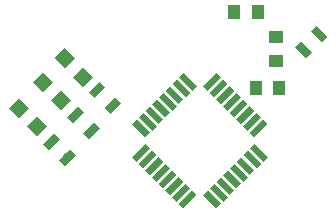
<source format=gtp>
G04 #@! TF.GenerationSoftware,KiCad,Pcbnew,5.0.2-bee76a0~70~ubuntu18.04.1*
G04 #@! TF.CreationDate,2019-11-24T20:15:07-05:00*
G04 #@! TF.ProjectId,328_Hacker,3332385f-4861-4636-9b65-722e6b696361,rev?*
G04 #@! TF.SameCoordinates,Original*
G04 #@! TF.FileFunction,Paste,Top*
G04 #@! TF.FilePolarity,Positive*
%FSLAX46Y46*%
G04 Gerber Fmt 4.6, Leading zero omitted, Abs format (unit mm)*
G04 Created by KiCad (PCBNEW 5.0.2-bee76a0~70~ubuntu18.04.1) date Sun 24 Nov 2019 08:15:07 PM EST*
%MOMM*%
%LPD*%
G01*
G04 APERTURE LIST*
%ADD10R,1.000000X1.250000*%
%ADD11R,1.250000X1.000000*%
%ADD12C,0.700000*%
%ADD13C,0.100000*%
%ADD14C,0.550000*%
%ADD15C,1.200000*%
G04 APERTURE END LIST*
D10*
G04 #@! TO.C,C1*
X76565000Y-46319440D03*
X74565000Y-46319440D03*
G04 #@! TD*
D11*
G04 #@! TO.C,C2*
X76321920Y-44075860D03*
X76321920Y-42075860D03*
G04 #@! TD*
D10*
G04 #@! TO.C,C3*
X74751440Y-39961820D03*
X72751440Y-39961820D03*
G04 #@! TD*
D12*
G04 #@! TO.C,R1*
X79973091Y-41786889D03*
D13*
G36*
X79760959Y-41079782D02*
X80680198Y-41999021D01*
X80185223Y-42493996D01*
X79265984Y-41574757D01*
X79760959Y-41079782D01*
X79760959Y-41079782D01*
G37*
D12*
X78629589Y-43130391D03*
D13*
G36*
X78417457Y-42423284D02*
X79336696Y-43342523D01*
X78841721Y-43837498D01*
X77922482Y-42918259D01*
X78417457Y-42423284D01*
X78417457Y-42423284D01*
G37*
G04 #@! TD*
D14*
G04 #@! TO.C,U1*
X74835103Y-49774695D03*
D13*
G36*
X75206334Y-49014555D02*
X75595243Y-49403464D01*
X74463872Y-50534835D01*
X74074963Y-50145926D01*
X75206334Y-49014555D01*
X75206334Y-49014555D01*
G37*
D14*
X74269417Y-49209010D03*
D13*
G36*
X74640648Y-48448870D02*
X75029557Y-48837779D01*
X73898186Y-49969150D01*
X73509277Y-49580241D01*
X74640648Y-48448870D01*
X74640648Y-48448870D01*
G37*
D14*
X73703732Y-48643324D03*
D13*
G36*
X74074963Y-47883184D02*
X74463872Y-48272093D01*
X73332501Y-49403464D01*
X72943592Y-49014555D01*
X74074963Y-47883184D01*
X74074963Y-47883184D01*
G37*
D14*
X73138047Y-48077639D03*
D13*
G36*
X73509278Y-47317499D02*
X73898187Y-47706408D01*
X72766816Y-48837779D01*
X72377907Y-48448870D01*
X73509278Y-47317499D01*
X73509278Y-47317499D01*
G37*
D14*
X72572361Y-47511953D03*
D13*
G36*
X72943592Y-46751813D02*
X73332501Y-47140722D01*
X72201130Y-48272093D01*
X71812221Y-47883184D01*
X72943592Y-46751813D01*
X72943592Y-46751813D01*
G37*
D14*
X72006676Y-46946268D03*
D13*
G36*
X72377907Y-46186128D02*
X72766816Y-46575037D01*
X71635445Y-47706408D01*
X71246536Y-47317499D01*
X72377907Y-46186128D01*
X72377907Y-46186128D01*
G37*
D14*
X71440990Y-46380583D03*
D13*
G36*
X71812221Y-45620443D02*
X72201130Y-46009352D01*
X71069759Y-47140723D01*
X70680850Y-46751814D01*
X71812221Y-45620443D01*
X71812221Y-45620443D01*
G37*
D14*
X70875305Y-45814897D03*
D13*
G36*
X71246536Y-45054757D02*
X71635445Y-45443666D01*
X70504074Y-46575037D01*
X70115165Y-46186128D01*
X71246536Y-45054757D01*
X71246536Y-45054757D01*
G37*
D14*
X68824695Y-45814897D03*
D13*
G36*
X68064555Y-45443666D02*
X68453464Y-45054757D01*
X69584835Y-46186128D01*
X69195926Y-46575037D01*
X68064555Y-45443666D01*
X68064555Y-45443666D01*
G37*
D14*
X68259010Y-46380583D03*
D13*
G36*
X67498870Y-46009352D02*
X67887779Y-45620443D01*
X69019150Y-46751814D01*
X68630241Y-47140723D01*
X67498870Y-46009352D01*
X67498870Y-46009352D01*
G37*
D14*
X67693324Y-46946268D03*
D13*
G36*
X66933184Y-46575037D02*
X67322093Y-46186128D01*
X68453464Y-47317499D01*
X68064555Y-47706408D01*
X66933184Y-46575037D01*
X66933184Y-46575037D01*
G37*
D14*
X67127639Y-47511953D03*
D13*
G36*
X66367499Y-47140722D02*
X66756408Y-46751813D01*
X67887779Y-47883184D01*
X67498870Y-48272093D01*
X66367499Y-47140722D01*
X66367499Y-47140722D01*
G37*
D14*
X66561953Y-48077639D03*
D13*
G36*
X65801813Y-47706408D02*
X66190722Y-47317499D01*
X67322093Y-48448870D01*
X66933184Y-48837779D01*
X65801813Y-47706408D01*
X65801813Y-47706408D01*
G37*
D14*
X65996268Y-48643324D03*
D13*
G36*
X65236128Y-48272093D02*
X65625037Y-47883184D01*
X66756408Y-49014555D01*
X66367499Y-49403464D01*
X65236128Y-48272093D01*
X65236128Y-48272093D01*
G37*
D14*
X65430583Y-49209010D03*
D13*
G36*
X64670443Y-48837779D02*
X65059352Y-48448870D01*
X66190723Y-49580241D01*
X65801814Y-49969150D01*
X64670443Y-48837779D01*
X64670443Y-48837779D01*
G37*
D14*
X64864897Y-49774695D03*
D13*
G36*
X64104757Y-49403464D02*
X64493666Y-49014555D01*
X65625037Y-50145926D01*
X65236128Y-50534835D01*
X64104757Y-49403464D01*
X64104757Y-49403464D01*
G37*
D14*
X64864897Y-51825305D03*
D13*
G36*
X65236128Y-51065165D02*
X65625037Y-51454074D01*
X64493666Y-52585445D01*
X64104757Y-52196536D01*
X65236128Y-51065165D01*
X65236128Y-51065165D01*
G37*
D14*
X65430583Y-52390990D03*
D13*
G36*
X65801814Y-51630850D02*
X66190723Y-52019759D01*
X65059352Y-53151130D01*
X64670443Y-52762221D01*
X65801814Y-51630850D01*
X65801814Y-51630850D01*
G37*
D14*
X65996268Y-52956676D03*
D13*
G36*
X66367499Y-52196536D02*
X66756408Y-52585445D01*
X65625037Y-53716816D01*
X65236128Y-53327907D01*
X66367499Y-52196536D01*
X66367499Y-52196536D01*
G37*
D14*
X66561953Y-53522361D03*
D13*
G36*
X66933184Y-52762221D02*
X67322093Y-53151130D01*
X66190722Y-54282501D01*
X65801813Y-53893592D01*
X66933184Y-52762221D01*
X66933184Y-52762221D01*
G37*
D14*
X67127639Y-54088047D03*
D13*
G36*
X67498870Y-53327907D02*
X67887779Y-53716816D01*
X66756408Y-54848187D01*
X66367499Y-54459278D01*
X67498870Y-53327907D01*
X67498870Y-53327907D01*
G37*
D14*
X67693324Y-54653732D03*
D13*
G36*
X68064555Y-53893592D02*
X68453464Y-54282501D01*
X67322093Y-55413872D01*
X66933184Y-55024963D01*
X68064555Y-53893592D01*
X68064555Y-53893592D01*
G37*
D14*
X68259010Y-55219417D03*
D13*
G36*
X68630241Y-54459277D02*
X69019150Y-54848186D01*
X67887779Y-55979557D01*
X67498870Y-55590648D01*
X68630241Y-54459277D01*
X68630241Y-54459277D01*
G37*
D14*
X68824695Y-55785103D03*
D13*
G36*
X69195926Y-55024963D02*
X69584835Y-55413872D01*
X68453464Y-56545243D01*
X68064555Y-56156334D01*
X69195926Y-55024963D01*
X69195926Y-55024963D01*
G37*
D14*
X70875305Y-55785103D03*
D13*
G36*
X70115165Y-55413872D02*
X70504074Y-55024963D01*
X71635445Y-56156334D01*
X71246536Y-56545243D01*
X70115165Y-55413872D01*
X70115165Y-55413872D01*
G37*
D14*
X71440990Y-55219417D03*
D13*
G36*
X70680850Y-54848186D02*
X71069759Y-54459277D01*
X72201130Y-55590648D01*
X71812221Y-55979557D01*
X70680850Y-54848186D01*
X70680850Y-54848186D01*
G37*
D14*
X72006676Y-54653732D03*
D13*
G36*
X71246536Y-54282501D02*
X71635445Y-53893592D01*
X72766816Y-55024963D01*
X72377907Y-55413872D01*
X71246536Y-54282501D01*
X71246536Y-54282501D01*
G37*
D14*
X72572361Y-54088047D03*
D13*
G36*
X71812221Y-53716816D02*
X72201130Y-53327907D01*
X73332501Y-54459278D01*
X72943592Y-54848187D01*
X71812221Y-53716816D01*
X71812221Y-53716816D01*
G37*
D14*
X73138047Y-53522361D03*
D13*
G36*
X72377907Y-53151130D02*
X72766816Y-52762221D01*
X73898187Y-53893592D01*
X73509278Y-54282501D01*
X72377907Y-53151130D01*
X72377907Y-53151130D01*
G37*
D14*
X73703732Y-52956676D03*
D13*
G36*
X72943592Y-52585445D02*
X73332501Y-52196536D01*
X74463872Y-53327907D01*
X74074963Y-53716816D01*
X72943592Y-52585445D01*
X72943592Y-52585445D01*
G37*
D14*
X74269417Y-52390990D03*
D13*
G36*
X73509277Y-52019759D02*
X73898186Y-51630850D01*
X75029557Y-52762221D01*
X74640648Y-53151130D01*
X73509277Y-52019759D01*
X73509277Y-52019759D01*
G37*
D14*
X74835103Y-51825305D03*
D13*
G36*
X74074963Y-51454074D02*
X74463872Y-51065165D01*
X75595243Y-52196536D01*
X75206334Y-52585445D01*
X74074963Y-51454074D01*
X74074963Y-51454074D01*
G37*
G04 #@! TD*
D15*
G04 #@! TO.C,D1*
X56055837Y-49591537D03*
D13*
G36*
X56904365Y-49591537D02*
X56055837Y-50440065D01*
X55207309Y-49591537D01*
X56055837Y-48743009D01*
X56904365Y-49591537D01*
X56904365Y-49591537D01*
G37*
D15*
X54500203Y-48035903D03*
D13*
G36*
X55348731Y-48035903D02*
X54500203Y-48884431D01*
X53651675Y-48035903D01*
X54500203Y-47187375D01*
X55348731Y-48035903D01*
X55348731Y-48035903D01*
G37*
G04 #@! TD*
D12*
G04 #@! TO.C,R2*
X58614231Y-52238831D03*
D13*
G36*
X59321338Y-52026699D02*
X58402099Y-52945938D01*
X57907124Y-52450963D01*
X58826363Y-51531724D01*
X59321338Y-52026699D01*
X59321338Y-52026699D01*
G37*
D12*
X57270729Y-50895329D03*
D13*
G36*
X57977836Y-50683197D02*
X57058597Y-51602436D01*
X56563622Y-51107461D01*
X57482861Y-50188222D01*
X57977836Y-50683197D01*
X57977836Y-50683197D01*
G37*
G04 #@! TD*
D15*
G04 #@! TO.C,D2*
X58105617Y-47399517D03*
D13*
G36*
X58954145Y-47399517D02*
X58105617Y-48248045D01*
X57257089Y-47399517D01*
X58105617Y-46550989D01*
X58954145Y-47399517D01*
X58954145Y-47399517D01*
G37*
D15*
X56549983Y-45843883D03*
D13*
G36*
X57398511Y-45843883D02*
X56549983Y-46692411D01*
X55701455Y-45843883D01*
X56549983Y-44995355D01*
X57398511Y-45843883D01*
X57398511Y-45843883D01*
G37*
G04 #@! TD*
D15*
G04 #@! TO.C,D3*
X58383863Y-43834743D03*
D13*
G36*
X59232391Y-43834743D02*
X58383863Y-44683271D01*
X57535335Y-43834743D01*
X58383863Y-42986215D01*
X59232391Y-43834743D01*
X59232391Y-43834743D01*
G37*
D15*
X59939497Y-45390377D03*
D13*
G36*
X60788025Y-45390377D02*
X59939497Y-46238905D01*
X59090969Y-45390377D01*
X59939497Y-44541849D01*
X60788025Y-45390377D01*
X60788025Y-45390377D01*
G37*
G04 #@! TD*
D12*
G04 #@! TO.C,R3*
X59328129Y-48642349D03*
D13*
G36*
X60035236Y-48430217D02*
X59115997Y-49349456D01*
X58621022Y-48854481D01*
X59540261Y-47935242D01*
X60035236Y-48430217D01*
X60035236Y-48430217D01*
G37*
D12*
X60671631Y-49985851D03*
D13*
G36*
X61378738Y-49773719D02*
X60459499Y-50692958D01*
X59964524Y-50197983D01*
X60883763Y-49278744D01*
X61378738Y-49773719D01*
X61378738Y-49773719D01*
G37*
G04 #@! TD*
D12*
G04 #@! TO.C,R4*
X62487731Y-47864951D03*
D13*
G36*
X63194838Y-47652819D02*
X62275599Y-48572058D01*
X61780624Y-48077083D01*
X62699863Y-47157844D01*
X63194838Y-47652819D01*
X63194838Y-47652819D01*
G37*
D12*
X61144229Y-46521449D03*
D13*
G36*
X61851336Y-46309317D02*
X60932097Y-47228556D01*
X60437122Y-46733581D01*
X61356361Y-45814342D01*
X61851336Y-46309317D01*
X61851336Y-46309317D01*
G37*
G04 #@! TD*
M02*

</source>
